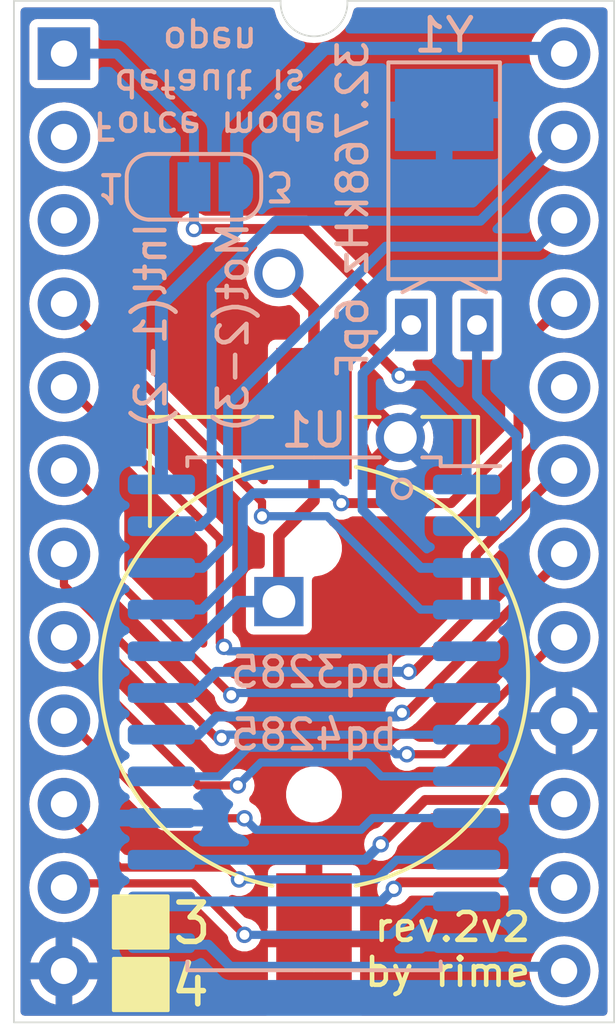
<source format=kicad_pcb>
(kicad_pcb (version 20240108) (generator "pcbnew") (generator_version "8.0")
  (title_block (title "nwX287") (date "2023-07-07") (rev "2") (company "Necroware") (comment 1 "by Scorp"))
  (layers (0 "F.Cu" signal) (31 "B.Cu" signal) (34 "B.Paste" user) (35 "F.Paste" user) (36 "B.SilkS" user "B.Silkscreen") (37 "F.SilkS" user "F.Silkscreen") (38 "B.Mask" user) (39 "F.Mask" user) (44 "Edge.Cuts" user))
  (net 0 "")
  (net 1 "GND")
  (net 2 "VCC")
  (net 3 "SQW")
  (net 4 "AD7")
  (net 5 "AD6")
  (net 6 "AD5")
  (net 7 "AD4")
  (net 8 "INT")
  (net 9 "AD3")
  (net 10 "RST")
  (net 11 "AD2")
  (net 12 "DS")
  (net 13 "AD1")
  (net 14 "AD0")
  (net 15 "RW")
  (net 16 "AS")
  (net 17 "CS")
  (net 18 "BC")
  (net 19 "X2")
  (net 20 "X1")
  (net 21 "CEO")
  (net 22 "CEI")
  (net 23 "VOUT")
  (footprint "Package_DIP:DIP-24_W15.24mm_Socket" (layer "F.Cu") (at 127 79.459001)
    (property "Reference" "U2" (hide yes))
    (property "Value" "socket" (hide yes))
    (pad "1" thru_hole rect (at 0 0) (size 1.6 1.6) (drill 0.8) (layers "*.Cu" "*.Mask") (net 23 "VOUT"))
    (pad "2" thru_hole oval (at 0 2.54) (size 1.6 1.6) (drill 0.8) (layers "*.Cu" "*.Mask"))
    (pad "3" thru_hole oval (at 0 5.08) (size 1.6 1.6) (drill 0.8) (layers "*.Cu" "*.Mask"))
    (pad "4" thru_hole oval (at 0 7.62) (size 1.6 1.6) (drill 0.8) (layers "*.Cu" "*.Mask") (net 14 "AD0"))
    (pad "5" thru_hole oval (at 0 10.16) (size 1.6 1.6) (drill 0.8) (layers "*.Cu" "*.Mask") (net 13 "AD1"))
    (pad "6" thru_hole oval (at 0 12.7) (size 1.6 1.6) (drill 0.8) (layers "*.Cu" "*.Mask") (net 11 "AD2"))
    (pad "7" thru_hole oval (at 0 15.24) (size 1.6 1.6) (drill 0.8) (layers "*.Cu" "*.Mask") (net 9 "AD3"))
    (pad "8" thru_hole oval (at 0 17.78) (size 1.6 1.6) (drill 0.8) (layers "*.Cu" "*.Mask") (net 7 "AD4"))
    (pad "9" thru_hole oval (at 0 20.32) (size 1.6 1.6) (drill 0.8) (layers "*.Cu" "*.Mask") (net 6 "AD5"))
    (pad "10" thru_hole oval (at 0 22.86) (size 1.6 1.6) (drill 0.8) (layers "*.Cu" "*.Mask") (net 5 "AD6"))
    (pad "11" thru_hole oval (at 0 25.4) (size 1.6 1.6) (drill 0.8) (layers "*.Cu" "*.Mask") (net 4 "AD7"))
    (pad "12" thru_hole oval (at 0 27.94) (size 1.6 1.6) (drill 0.8) (layers "*.Cu" "*.Mask") (net 1 "GND"))
    (pad "13" thru_hole oval (at 15.24 27.94) (size 1.6 1.6) (drill 0.8) (layers "*.Cu" "*.Mask") (net 17 "CS"))
    (pad "14" thru_hole oval (at 15.24 25.4) (size 1.6 1.6) (drill 0.8) (layers "*.Cu" "*.Mask") (net 16 "AS"))
    (pad "15" thru_hole oval (at 15.24 22.86) (size 1.6 1.6) (drill 0.8) (layers "*.Cu" "*.Mask") (net 15 "RW"))
    (pad "16" thru_hole oval (at 15.24 20.32) (size 1.6 1.6) (drill 0.8) (layers "*.Cu" "*.Mask") (net 1 "GND"))
    (pad "17" thru_hole oval (at 15.24 17.78) (size 1.6 1.6) (drill 0.8) (layers "*.Cu" "*.Mask") (net 12 "DS"))
    (pad "18" thru_hole oval (at 15.24 15.24) (size 1.6 1.6) (drill 0.8) (layers "*.Cu" "*.Mask") (net 10 "RST"))
    (pad "19" thru_hole oval (at 15.24 12.7) (size 1.6 1.6) (drill 0.8) (layers "*.Cu" "*.Mask") (net 8 "INT"))
    (pad "20" thru_hole oval (at 15.24 10.16) (size 1.6 1.6) (drill 0.8) (layers "*.Cu" "*.Mask"))
    (pad "21" thru_hole oval (at 15.24 7.62) (size 1.6 1.6) (drill 0.8) (layers "*.Cu" "*.Mask") (net 22 "CEI"))
    (pad "22" thru_hole oval (at 15.24 5.08) (size 1.6 1.6) (drill 0.8) (layers "*.Cu" "*.Mask") (net 21 "CEO"))
    (pad "23" thru_hole oval (at 15.24 2.54) (size 1.6 1.6) (drill 0.8) (layers "*.Cu" "*.Mask") (net 3 "SQW"))
    (pad "24" thru_hole oval (at 15.24 0) (size 1.6 1.6) (drill 0.8) (layers "*.Cu" "*.Mask") (net 2 "VCC"))
  )
  (footprint "nwX287:BatteryHolder_CR1220" (layer "F.Cu") (at 134.62 98.425 180)
    (property "Reference" "BT1" (hide yes))
    (property "Value" "1220" (hide yes))
    (fp_line (start 5 7.9) (end 5 4.572) (stroke (width 0.12)) (layer "F.SilkS"))
    (fp_line (start 1.27 7.9) (end 5 7.9) (stroke (width 0.12)) (layer "F.SilkS"))
    (fp_line (start -2 7.9) (end -1.27 7.9) (stroke (width 0.12)) (layer "F.SilkS"))
    (fp_line (start -5 7.9) (end -3.3 7.9) (stroke (width 0.12)) (layer "F.SilkS"))
    (fp_line (start -5 4.572) (end -5 7.9) (stroke (width 0.12)) (layer "F.SilkS"))
    (fp_arc (start 1.27 -6.381596) (mid 6.506738 -0.003098) (end 1.276077 6.380384) (stroke (width 0.12)) (layer "F.SilkS"))
    (fp_arc (start -1.275023 6.375642) (mid -6.522824 -0.002559) (end -1.27 -6.376624) (stroke (width 0.12)) (layer "F.SilkS"))
    (pad "" np_thru_hole circle (at 0 -3.6 180) (size 1.2 1.2) (drill 1.2) (layers "F&B.Cu" "*.Mask"))
    (pad "" np_thru_hole circle (at 0 3.9 180) (size 1.2 1.2) (drill 1.2) (layers "F&B.Cu" "*.Mask"))
    (pad "1" smd rect (at 0 8 180) (size 2.3 4) (layers "F.Cu" "F.Paste" "F.Mask") (net 18 "BC"))
    (pad "2" smd rect (at 0 -8 180) (size 2.3 4) (layers "F.Cu" "F.Paste" "F.Mask") (net 1 "GND"))
  )
  (footprint "Rime:CR2032_Vertical" (layer "F.Cu") (at 135.4 91.15 90)
    (property "Reference" "BT2" (hide yes))
    (property "Value" "2032" (hide yes))
    (pad "1" thru_hole rect (at -5 -1.85 90) (size 1.5 1.5) (drill 1) (layers "*.Cu" "*.Mask") (net 18 "BC"))
    (pad "1" thru_hole circle (at 5 -1.85 90) (size 1.5 1.5) (drill 1) (layers "*.Cu" "*.Mask") (net 18 "BC"))
    (pad "2" thru_hole circle (at 0 1.85 90) (size 1.5 1.5) (drill 1) (layers "*.Cu" "*.Mask") (net 1 "GND"))
  )
  (footprint "Crystal:Crystal_SMD_FrontierElectronics_FM206" (layer "B.Cu") (at 138.586083 84.225573)
    (property "Reference" "Y1" (at 0 -5.325573 180) (layer "B.SilkS") (effects (justify mirror)))
    (property "Value" "32.768kHz 6pF" (at -2.786083 -0.025573 -90) (layer "B.SilkS") (effects (font (size 0.9 0.9) (thickness 0.14)) (justify mirror)))
    (fp_line (start -1.7 -4.5) (end 1.7 -4.5) (stroke (width 0.12)) (layer "B.SilkS"))
    (fp_line (start -1.7 2.1) (end -1.7 -4.5) (stroke (width 0.12)) (layer "B.SilkS"))
    (fp_line (start -1.27 2.5) (end -1.27 2.5) (stroke (width 0.12)) (layer "B.SilkS"))
    (fp_line (start -0.5 2.1) (end -1.27 2.5) (stroke (width 0.12)) (layer "B.SilkS"))
    (fp_line (start 0.5 2.1) (end 1.27 2.5) (stroke (width 0.12)) (layer "B.SilkS"))
    (fp_line (start 1.27 2.5) (end 1.27 2.5) (stroke (width 0.12)) (layer "B.SilkS"))
    (fp_line (start 1.7 -4.5) (end 1.7 2.1) (stroke (width 0.12)) (layer "B.SilkS"))
    (fp_line (start 1.7 2.1) (end -1.7 2.1) (stroke (width 0.12)) (layer "B.SilkS"))
    (pad "1" thru_hole rect (at -1 3.5) (size 1 1.6) (drill 0.6) (layers "*.Cu" "*.Mask") (net 19 "X2"))
    (pad "2" thru_hole rect (at 1 3.5) (size 1 1.6) (drill 0.6) (layers "*.Cu" "*.Mask") (net 20 "X1"))
    (pad "3" smd rect (at 0 -3.05) (size 3 2.5) (layers "B.Cu" "B.Paste" "B.Mask") (net 1 "GND"))
  )
  (footprint "Package_SO:SOIC-24W_7.5x15.4mm_P1.27mm" (layer "B.Cu") (at 134.62 99.568 180)
    (property "Reference" "U1" (at 0 8.636 0) (layer "B.SilkS") (effects (justify mirror)))
    (property "Value" "bq4285" (at 0 -0.635 0) (layer "B.SilkS") (effects (font (size 0.9 0.9) (thickness 0.14)) (justify mirror)))
    (fp_line (start 3.86 7.81) (end 3.86 7.545) (stroke (width 0.12)) (layer "B.SilkS"))
    (fp_line (start 3.86 -7.81) (end 3.86 -7.545) (stroke (width 0.12)) (layer "B.SilkS"))
    (fp_line (start 0 7.81) (end 3.86 7.81) (stroke (width 0.12)) (layer "B.SilkS"))
    (fp_line (start 0 7.81) (end -2 7.81) (stroke (width 0.12)) (layer "B.SilkS"))
    (fp_line (start 0 -7.81) (end 3.86 -7.81) (stroke (width 0.12)) (layer "B.SilkS"))
    (fp_line (start 0 -7.81) (end -3.86 -7.81) (stroke (width 0.12)) (layer "B.SilkS"))
    (fp_line (start -3.3 7.81) (end -3.86 7.81) (stroke (width 0.12)) (layer "B.SilkS"))
    (fp_line (start -3.86 7.81) (end -3.86 7.545) (stroke (width 0.12)) (layer "B.SilkS"))
    (fp_line (start -3.86 7.545) (end -5.675 7.545) (stroke (width 0.12)) (layer "B.SilkS"))
    (fp_line (start -3.86 -7.81) (end -3.86 -7.545) (stroke (width 0.12)) (layer "B.SilkS"))
    (fp_text user "bq3285" (at 0 1.27 0) (layer "B.SilkS") (effects (font (size 0.9 0.9) (thickness 0.14)) (justify mirror)))
    (pad "1" smd roundrect (at -4.65 6.985 180) (size 2.05 0.6) (layers "B.Cu" "B.Paste" "B.Mask") (net 23 "VOUT"))
    (pad "2" smd roundrect (at -4.65 5.715 180) (size 2.05 0.6) (layers "B.Cu" "B.Paste" "B.Mask") (net 20 "X1"))
    (pad "3" smd roundrect (at -4.65 4.445 180) (size 2.05 0.6) (layers "B.Cu" "B.Paste" "B.Mask") (net 19 "X2"))
    (pad "4" smd roundrect (at -4.65 3.175 180) (size 2.05 0.6) (layers "B.Cu" "B.Paste" "B.Mask") (net 14 "AD0"))
    (pad "5" smd roundrect (at -4.65 1.905 180) (size 2.05 0.6) (layers "B.Cu" "B.Paste" "B.Mask") (net 13 "AD1"))
    (pad "6" smd roundrect (at -4.65 0.635 180) (size 2.05 0.6) (layers "B.Cu" "B.Paste" "B.Mask") (net 11 "AD2"))
    (pad "7" smd roundrect (at -4.65 -0.635 180) (size 2.05 0.6) (layers "B.Cu" "B.Paste" "B.Mask") (net 9 "AD3"))
    (pad "8" smd roundrect (at -4.65 -1.905 180) (size 2.05 0.6) (layers "B.Cu" "B.Paste" "B.Mask") (net 7 "AD4"))
    (pad "9" smd roundrect (at -4.65 -3.175 180) (size 2.05 0.6) (layers "B.Cu" "B.Paste" "B.Mask") (net 6 "AD5"))
    (pad "10" smd roundrect (at -4.65 -4.445 180) (size 2.05 0.6) (layers "B.Cu" "B.Paste" "B.Mask") (net 5 "AD6"))
    (pad "11" smd roundrect (at -4.65 -5.715 180) (size 2.05 0.6) (layers "B.Cu" "B.Paste" "B.Mask") (net 4 "AD7"))
    (pad "12" smd roundrect (at -4.65 -6.985 180) (size 2.05 0.6) (layers "B.Cu" "B.Paste" "B.Mask") (net 1 "GND"))
    (pad "13" smd roundrect (at 4.65 -6.985 180) (size 2.05 0.6) (layers "B.Cu" "B.Paste" "B.Mask") (net 17 "CS"))
    (pad "14" smd roundrect (at 4.65 -5.715 180) (size 2.05 0.6) (layers "B.Cu" "B.Paste" "B.Mask") (net 16 "AS"))
    (pad "15" smd roundrect (at 4.65 -4.445 180) (size 2.05 0.6) (layers "B.Cu" "B.Paste" "B.Mask") (net 15 "RW"))
    (pad "16" smd roundrect (at 4.65 -3.175 180) (size 2.05 0.6) (layers "B.Cu" "B.Paste" "B.Mask") (net 1 "GND"))
    (pad "17" smd roundrect (at 4.65 -1.905 180) (size 2.05 0.6) (layers "B.Cu" "B.Paste" "B.Mask") (net 12 "DS"))
    (pad "18" smd roundrect (at 4.65 -0.635 180) (size 2.05 0.6) (layers "B.Cu" "B.Paste" "B.Mask") (net 10 "RST"))
    (pad "19" smd roundrect (at 4.65 0.635 180) (size 2.05 0.6) (layers "B.Cu" "B.Paste" "B.Mask") (net 8 "INT"))
    (pad "20" smd roundrect (at 4.65 1.905 180) (size 2.05 0.6) (layers "B.Cu" "B.Paste" "B.Mask") (net 18 "BC"))
    (pad "21" smd roundrect (at 4.65 3.175 180) (size 2.05 0.6) (layers "B.Cu" "B.Paste" "B.Mask") (net 22 "CEI"))
    (pad "22" smd roundrect (at 4.65 4.445 180) (size 2.05 0.6) (layers "B.Cu" "B.Paste" "B.Mask") (net 21 "CEO"))
    (pad "23" smd roundrect (at 4.65 5.715 180) (size 2.05 0.6) (layers "B.Cu" "B.Paste" "B.Mask") (net 3 "SQW"))
    (pad "24" smd roundrect (at 4.65 6.985 180) (size 2.05 0.6) (layers "B.Cu" "B.Paste" "B.Mask") (net 2 "VCC"))
  )
  (footprint "Jumper:SolderJumper-3_P1.3mm_Open_RoundedPad1.0x1.5mm" (layer "B.Cu") (at 130.9624 83.5152)
    (property "Reference" "JP1" (hide yes))
    (property "Value" "Jumper_3_Open")
    (fp_line (start -2.05 -0.3) (end -2.05 0.3) (stroke (width 0.12)) (layer "B.SilkS"))
    (fp_line (start -1.4 1) (end 1.4 1) (stroke (width 0.12)) (layer "B.SilkS"))
    (fp_line (start 1.4 -1) (end -1.4 -1) (stroke (width 0.12)) (layer "B.SilkS"))
    (fp_line (start 2.05 0.3) (end 2.05 -0.3) (stroke (width 0.12)) (layer "B.SilkS"))
    (fp_arc (start -2.05 -0.3) (mid -1.844975 -0.794975) (end -1.35 -1) (stroke (width 0.12)) (layer "B.SilkS"))
    (fp_arc (start -1.35 1) (mid -1.844975 0.794975) (end -2.05 0.3) (stroke (width 0.12)) (layer "B.SilkS"))
    (fp_arc (start 1.35 -1) (mid 1.844975 -0.794975) (end 2.05 -0.3) (stroke (width 0.12)) (layer "B.SilkS"))
    (fp_arc (start 2.05 0.3) (mid 1.844975 0.794975) (end 1.35 1) (stroke (width 0.12)) (layer "B.SilkS"))
    (fp_text user "Intl(1-2)" (at -1.3124 4.2348 90) (layer "B.SilkS") (effects (font (size 0.9 0.9) (thickness 0.14)) (justify mirror)))
    (fp_text user "Mot(2-3)" (at 1.1876 4.2848 90) (layer "B.SilkS") (effects (font (size 0.9 0.9) (thickness 0.14)) (justify mirror)))
    (pad "1" smd custom (at -1.3 0) (size 1 0.5) (layers "B.Cu" "B.Mask") (net 1 "GND") (options (clearance outline) (anchor rect)) (primitives (gr_circle (center 0 -0.25) (end 0.5 -0.25) (width 0) (fill yes)) (gr_circle (center 0 0.25) (end 0.5 0.25) (width 0) (fill yes)) (gr_poly (pts (xy 0.55 -0.75) (xy 0 -0.75) (xy 0 0.75) (xy 0.55 0.75)) (width 0) (fill yes))))
    (pad "2" smd rect (at 0 0) (size 1 1.5) (layers "B.Cu" "B.Mask") (net 23 "VOUT"))
    (pad "3" smd custom (at 1.3 0) (size 1 0.5) (layers "B.Cu" "B.Mask") (net 2 "VCC") (options (clearance outline) (anchor rect)) (primitives (gr_circle (center 0 -0.25) (end 0.5 -0.25) (width 0) (fill yes)) (gr_circle (center 0 0.25) (end 0.5 0.25) (width 0) (fill yes)) (gr_poly (pts (xy 0 -0.75) (xy -0.55 -0.75) (xy -0.55 0.75) (xy 0 0.75)) (width 0) (fill yes))))
  )
  (gr_circle (center 137.3 92.717158) (end 137.5 92.917158) (stroke (width 0.12)) (fill none) (layer "B.SilkS"))
  (gr_poly (pts (xy 130.171 108.602913) (xy 128.512 108.602913) (xy 128.512 107.020913) (xy 130.171 107.020913)) (stroke (width 0.1)) (fill solid) (layer "F.SilkS"))
  (gr_poly (pts (xy 130.169319 106.7) (xy 128.510319 106.7) (xy 128.510319 105.118) (xy 130.169319 105.118)) (stroke (width 0.1)) (fill solid) (layer "F.SilkS"))
  (gr_line (start 125.476 77.851) (end 133.604 77.851) (stroke (width 0.05)) (layer "Edge.Cuts"))
  (gr_arc (start 135.636 77.851) (mid 134.62 78.932482) (end 133.604 77.851) (stroke (width 0.05)) (layer "Edge.Cuts"))
  (gr_line (start 135.636 77.851) (end 143.764 77.851) (stroke (width 0.05)) (layer "Edge.Cuts"))
  (gr_line (start 143.764 108.966) (end 125.476 108.966) (stroke (width 0.05)) (layer "Edge.Cuts"))
  (gr_line (start 125.476 108.966) (end 125.476 77.851) (stroke (width 0.05)) (layer "Edge.Cuts"))
  (gr_line (start 143.764 77.851) (end 143.764 108.966) (stroke (width 0.05)) (layer "Edge.Cuts"))
  (gr_text "Force mode\ndefault is\nopen" (at 131.45 78.6 180) (layer "B.SilkS") (effects (font (size 0.8 0.8) (thickness 0.13)) (justify bottom mirror)))
  (gr_text "1" (at 127.95 83.05 180) (layer "B.SilkS") (effects (font (size 0.85 0.85) (thickness 0.13)) (justify left bottom mirror)))
  (gr_text "3" (at 133.1 83 180) (layer "B.SilkS") (effects (font (size 0.85 0.85) (thickness 0.13)) (justify left bottom mirror)))
  (gr_text "rev.${REVISION}v2\nby rime" (at 141.3 106.75 0) (layer "F.SilkS") (effects (font (size 0.85 0.88) (thickness 0.14) (bold yes)) (justify right)))
  (gr_text "4" (at 130.85 107.852913 0) (layer "F.SilkS") (effects (font (size 1.2 1.2) (thickness 0.17) (bold yes))))
  (gr_text "3" (at 130.904 105.952913 0) (layer "F.SilkS") (effects (font (size 1.2 1.2) (thickness 0.17) (bold yes))))
  (segment (start 134.95 79.3) (end 132.2624 81.9876) (width 0.4) (layer "B.Cu") (net 2))
  (segment (start 129.97 87.087538) (end 129.97 92.583) (width 0.4) (layer "B.Cu") (net 2))
  (segment (start 142.080999 79.3) (end 134.95 79.3) (width 0.4) (layer "B.Cu") (net 2))
  (segment (start 132.2624 83.5152) (end 132.2624 84.795138) (width 0.4) (layer "B.Cu") (net 2))
  (segment (start 132.2624 81.9876) (end 132.2624 83.5152) (width 0.4) (layer "B.Cu") (net 2))
  (segment (start 132.2624 84.795138) (end 129.97 87.087538) (width 0.4) (layer "B.Cu") (net 2))
  (segment (start 142.24 79.459001) (end 142.080999 79.3) (width 0.4) (layer "B.Cu") (net 2))
  (segment (start 131.5 93.5) (end 131.5 86.5) (width 0.3) (layer "B.Cu") (net 3))
  (segment (start 129.97 93.853) (end 131.147 93.853) (width 0.3) (layer "B.Cu") (net 3))
  (segment (start 131.147 93.853) (end 131.5 93.5) (width 0.3) (layer "B.Cu") (net 3))
  (segment (start 133.45 84.55) (end 139.689001 84.55) (width 0.3) (layer "B.Cu") (net 3))
  (segment (start 131.5 86.5) (end 133.45 84.55) (width 0.3) (layer "B.Cu") (net 3))
  (segment (start 139.689001 84.55) (end 142.24 81.999001) (width 0.3) (layer "B.Cu") (net 3))
  (segment (start 130.932001 104.732001) (end 132.5 106.3) (width 0.25) (layer "F.Cu") (net 4))
  (segment (start 127 104.732001) (end 130.932001 104.732001) (width 0.25) (layer "F.Cu") (net 4))
  (via (at 132.5 106.3) (size 0.5) (drill 0.3) (layers "F.Cu" "B.Cu") (net 4))
  (segment (start 137.967 105.283) (end 136.95 106.3) (width 0.25) (layer "B.Cu") (net 4))
  (segment (start 136.95 106.3) (end 132.5 106.3) (width 0.25) (layer "B.Cu") (net 4))
  (segment (start 139.27 105.283) (end 137.967 105.283) (width 0.25) (layer "B.Cu") (net 4))
  (segment (start 127 102.192001) (end 127 102.55) (width 0.25) (layer "F.Cu") (net 5))
  (segment (start 131.971 104.25) (end 132.334 104.613) (width 0.25) (layer "F.Cu") (net 5))
  (segment (start 127 102.55) (end 128.7 104.25) (width 0.25) (layer "F.Cu") (net 5))
  (segment (start 128.7 104.25) (end 131.971 104.25) (width 0.25) (layer "F.Cu") (net 5))
  (via (at 132.334 104.613) (size 0.5) (drill 0.3) (layers "F.Cu" "B.Cu") (net 5))
  (segment (start 139.27 104.013) (end 137.137 104.013) (width 0.25) (layer "B.Cu") (net 5))
  (segment (start 136.537 104.613) (end 132.334 104.613) (width 0.25) (layer "B.Cu") (net 5))
  (segment (start 137.137 104.013) (end 136.537 104.613) (width 0.25) (layer "B.Cu") (net 5))
  (segment (start 127 99.652001) (end 130.097999 102.75) (width 0.25) (layer "F.Cu") (net 6))
  (segment (start 130.097999 102.75) (end 132.5 102.75) (width 0.25) (layer "F.Cu") (net 6))
  (via (at 132.5 102.75) (size 0.5) (drill 0.3) (layers "F.Cu" "B.Cu") (net 6))
  (segment (start 139.27 102.743) (end 136.407 102.743) (width 0.25) (layer "B.Cu") (net 6))
  (segment (start 136.05 103.1) (end 132.85 103.1) (width 0.25) (layer "B.Cu") (net 6))
  (segment (start 136.407 102.743) (end 136.05 103.1) (width 0.25) (layer "B.Cu") (net 6))
  (segment (start 132.85 103.1) (end 132.5 102.75) (width 0.25) (layer "B.Cu") (net 6))
  (segment (start 127 97.65) (end 131.100012 101.750012) (width 0.25) (layer "F.Cu") (net 7))
  (segment (start 127 97.112001) (end 127 97.65) (width 0.25) (layer "F.Cu") (net 7))
  (segment (start 131.100012 101.750012) (end 132.3 101.750012) (width 0.25) (layer "F.Cu") (net 7))
  (via (at 132.3 101.750012) (size 0.5) (drill 0.3) (layers "F.Cu" "B.Cu") (net 7))
  (segment (start 139.27 101.473) (end 136.673 101.473) (width 0.25) (layer "B.Cu") (net 7))
  (segment (start 136.25 101.05) (end 133.000012 101.05) (width 0.25) (layer "B.Cu") (net 7))
  (segment (start 133.000012 101.05) (end 132.3 101.750012) (width 0.25) (layer "B.Cu") (net 7))
  (segment (start 136.673 101.473) (end 136.25 101.05) (width 0.25) (layer "B.Cu") (net 7))
  (segment (start 142.24 92.032001) (end 139.55 94.722001) (width 0.3) (layer "F.Cu") (net 8))
  (segment (start 139.55 94.722001) (end 139.55 96.4) (width 0.3) (layer "F.Cu") (net 8))
  (segment (start 137.662 98.288) (end 137.501924 98.288) (width 0.3) (layer "F.Cu") (net 8))
  (segment (start 139.55 96.4) (end 137.662 98.288) (width 0.3) (layer "F.Cu") (net 8))
  (via (at 137.501924 98.288) (size 0.5) (drill 0.3) (layers "F.Cu" "B.Cu") (net 8))
  (segment (start 131.639999 98.288) (end 137.501924 98.288) (width 0.3) (layer "B.Cu") (net 8))
  (segment (start 130.994999 98.933) (end 131.639999 98.288) (width 0.3) (layer "B.Cu") (net 8))
  (segment (start 129.97 98.933) (end 130.994999 98.933) (width 0.3) (layer "B.Cu") (net 8))
  (segment (start 131.65 100.3) (end 131.80399 100.3) (width 0.25) (layer "F.Cu") (net 9))
  (segment (start 127 94.572001) (end 127 95.65) (width 0.25) (layer "F.Cu") (net 9))
  (segment (start 127 95.65) (end 131.65 100.3) (width 0.25) (layer "F.Cu") (net 9))
  (via (at 131.80399 100.3) (size 0.5) (drill 0.3) (layers "F.Cu" "B.Cu") (net 9))
  (segment (start 131.90099 100.203) (end 131.80399 100.3) (width 0.25) (layer "B.Cu") (net 9))
  (segment (start 139.27 100.203) (end 131.90099 100.203) (width 0.25) (layer "B.Cu") (net 9))
  (segment (start 142.24 94.742) (end 142.24 94.76) (width 0.3) (layer "F.Cu") (net 10))
  (segment (start 142.24 94.76) (end 137.462 99.538) (width 0.3) (layer "F.Cu") (net 10))
  (segment (start 137.462 99.538) (end 137.3 99.538) (width 0.3) (layer "F.Cu") (net 10))
  (via (at 137.3 99.538) (size 0.5) (drill 0.3) (layers "F.Cu" "B.Cu") (net 10))
  (segment (start 137.188 99.65) (end 137.3 99.538) (width 0.3) (layer "B.Cu") (net 10))
  (segment (start 129.97 100.203) (end 131.097 100.203) (width 0.3) (layer "B.Cu") (net 10))
  (segment (start 131.65 99.65) (end 137.188 99.65) (width 0.3) (layer "B.Cu") (net 10))
  (segment (start 131.097 100.203) (end 131.65 99.65) (width 0.3) (layer "B.Cu") (net 10))
  (segment (start 127 92.032001) (end 128.4605 93.492501) (width 0.25) (layer "F.Cu") (net 11))
  (segment (start 128.4605 95.3605) (end 132.1 99) (width 0.25) (layer "F.Cu") (net 11))
  (segment (start 128.4605 93.492501) (end 128.4605 95.3605) (width 0.25) (layer "F.Cu") (net 11))
  (via (at 132.1 99) (size 0.5) (drill 0.3) (layers "F.Cu" "B.Cu") (net 11))
  (segment (start 132.167 98.933) (end 132.1 99) (width 0.25) (layer "B.Cu") (net 11))
  (segment (start 139.27 98.933) (end 132.167 98.933) (width 0.25) (layer "B.Cu") (net 11))
  (segment (start 142.24 97.112001) (end 138.552001 100.8) (width 0.25) (layer "F.Cu") (net 12))
  (segment (start 138.552001 100.8) (end 137.45 100.8) (width 0.25) (layer "F.Cu") (net 12))
  (via (at 137.45 100.8) (size 0.5) (drill 0.3) (layers "F.Cu" "B.Cu") (net 12))
  (segment (start 131.736628 101.473) (end 132.606628 100.603) (width 0.25) (layer "B.Cu") (net 12))
  (segment (start 132.606628 100.603) (end 136.915431 100.603) (width 0.25) (layer "B.Cu") (net 12))
  (segment (start 137.112431 100.8) (end 137.45 100.8) (width 0.25) (layer "B.Cu") (net 12))
  (segment (start 136.915431 100.603) (end 137.112431 100.8) (width 0.25) (layer "B.Cu") (net 12))
  (segment (start 129.97 101.473) (end 131.736628 101.473) (width 0.25) (layer "B.Cu") (net 12))
  (segment (start 131.75 94.242001) (end 131.75 97.4) (width 0.25) (layer "F.Cu") (net 13))
  (segment (start 131.75 97.4) (end 131.877298 97.527298) (width 0.25) (layer "F.Cu") (net 13))
  (segment (start 127 89.492001) (end 131.75 94.242001) (width 0.25) (layer "F.Cu") (net 13))
  (via (at 131.877298 97.527298) (size 0.5) (drill 0.3) (layers "F.Cu" "B.Cu") (net 13))
  (segment (start 132.013 97.663) (end 131.877298 97.527298) (width 0.25) (layer "B.Cu") (net 13))
  (segment (start 139.27 97.663) (end 132.013 97.663) (width 0.25) (layer "B.Cu") (net 13))
  (segment (start 133.035559 93.11456) (end 133.035559 93.549996) (width 0.25) (layer "F.Cu") (net 14))
  (segment (start 127 87.079001) (end 133.035559 93.11456) (width 0.25) (layer "F.Cu") (net 14))
  (via (at 133.035559 93.549996) (size 0.5) (drill 0.3) (layers "F.Cu" "B.Cu") (net 14))
  (segment (start 137.866858 96.393) (end 135.023854 93.549996) (width 0.25) (layer "B.Cu") (net 14))
  (segment (start 135.023854 93.549996) (end 133.035559 93.549996) (width 0.25) (layer "B.Cu") (net 14))
  (segment (start 139.27 96.393) (end 137.866858 96.393) (width 0.25) (layer "B.Cu") (net 14))
  (segment (start 138.003997 102.192001) (end 136.654378 103.54162) (width 0.3) (layer "F.Cu") (net 15))
  (segment (start 142.24 102.192001) (end 138.003997 102.192001) (width 0.3) (layer "F.Cu") (net 15))
  (via (at 136.654378 103.54162) (size 0.5) (drill 0.3) (layers "F.Cu" "B.Cu") (net 15))
  (segment (start 129.97 104.013) (end 136.182998 104.013) (width 0.3) (layer "B.Cu") (net 15))
  (segment (start 136.182998 104.013) (end 136.654378 103.54162) (width 0.3) (layer "B.Cu") (net 15))
  (segment (start 137.25 104.7) (end 137.05 104.9) (width 0.3) (layer "F.Cu") (net 16))
  (segment (start 142.207999 104.7) (end 137.25 104.7) (width 0.3) (layer "F.Cu") (net 16))
  (segment (start 142.24 104.732001) (end 142.207999 104.7) (width 0.3) (layer "F.Cu") (net 16))
  (via (at 137.05 104.9) (size 0.5) (drill 0.3) (layers "F.Cu" "B.Cu") (net 16))
  (segment (start 136.667 105.283) (end 137.05 104.9) (width 0.3) (layer "B.Cu") (net 16))
  (segment (start 129.97 105.283) (end 136.667 105.283) (width 0.3) (layer "B.Cu") (net 16))
  (segment (start 130.05 106.6) (end 131.4 106.6) (width 0.3) (layer "B.Cu") (net 17))
  (segment (start 132.072001 107.272001) (end 142.24 107.272001) (width 0.3) (layer "B.Cu") (net 17))
  (segment (start 131.4 106.6) (end 132.072001 107.272001) (width 0.3) (layer "B.Cu") (net 17))
  (segment (start 134.62 90.425) (end 134.62 87.22) (width 0.35) (layer "F.Cu") (net 18))
  (segment (start 134.62 90.426) (end 134.62 93.075431) (width 0.35) (layer "F.Cu") (net 18))
  (segment (start 134.62 87.22) (end 133.55 86.15) (width 0.35) (layer "F.Cu") (net 18))
  (segment (start 134.62 93.075431) (end 133.55 94.145431) (width 0.35) (layer "F.Cu") (net 18))
  (segment (start 133.55 94.145431) (end 133.55 96.15) (width 0.35) (layer "F.Cu") (net 18))
  (segment (start 132.3 96.15) (end 133.55 96.15) (width 0.35) (layer "B.Cu") (net 18))
  (segment (start 130.787 97.663) (end 132.3 96.15) (width 0.35) (layer "B.Cu") (net 18))
  (segment (start 129.97 97.663) (end 130.787 97.663) (width 0.35) (layer "B.Cu") (net 18))
  (segment (start 136.1 93.35) (end 137.873 95.123) (width 0.3) (layer "B.Cu") (net 19))
  (segment (start 136.1 89.211656) (end 136.1 93.35) (width 0.3) (layer "B.Cu") (net 19))
  (segment (start 137.586083 87.725573) (end 136.1 89.211656) (width 0.3) (layer "B.Cu") (net 19))
  (segment (start 137.873 95.123) (end 139.27 95.123) (width 0.3) (layer "B.Cu") (net 19))
  (segment (start 139.586083 87.725573) (end 139.586083 89.886083) (width 0.3) (layer "B.Cu") (net 20))
  (segment (start 140.8 93.4) (end 140.347 93.853) (width 0.3) (layer "B.Cu") (net 20))
  (segment (start 139.586083 89.886083) (end 140.8 91.1) (width 0.3) (layer "B.Cu") (net 20))
  (segment (start 140.8 91.1) (end 140.8 93.4) (width 0.3) (layer "B.Cu") (net 20))
  (segment (start 140.347 93.853) (end 139.27 93.853) (width 0.3) (layer "B.Cu") (net 20))
  (segment (start 131.227 95.123) (end 132 94.35) (width 0.3) (layer "B.Cu") (net 21))
  (segment (start 132 94.35) (end 132 90.15) (width 0.3) (layer "B.Cu") (net 21))
  (segment (start 136.811 85.339) (end 141.440001 85.339) (width 0.3) (layer "B.Cu") (net 21))
  (segment (start 141.440001 85.339) (end 142.24 84.539001) (width 0.3) (layer "B.Cu") (net 21))
  (segment (start 132 90.15) (end 136.811 85.339) (width 0.3) (layer "B.Cu") (net 21))
  (segment (start 129.97 95.123) (end 131.227 95.123) (width 0.3) (layer "B.Cu") (net 21))
  (segment (start 138.8 93.15) (end 135.45 93.15) (width 0.3) (layer "F.Cu") (net 22))
  (segment (start 142.24 87.079001) (end 140.85 88.469001) (width 0.3) (layer "F.Cu") (net 22))
  (segment (start 140.85 88.469001) (end 140.85 91.1) (width 0.3) (layer "F.Cu") (net 22))
  (segment (start 140.85 91.1) (end 138.8 93.15) (width 0.3) (layer "F.Cu") (net 22))
  (via (at 135.45 93.15) (size 0.5) (drill 0.3) (layers "F.Cu" "B.Cu") (net 22))
  (segment (start 132.45 93.16632) (end 132.76632 92.85) (width 0.3) (layer "B.Cu") (net 22))
  (segment (start 132.76632 92.85) (end 135.15 92.85) (width 0.3) (layer "B.Cu") (net 22))
  (segment (start 129.97 96.393) (end 131.207 96.393) (width 0.3) (layer "B.Cu") (net 22))
  (segment (start 135.15 92.85) (end 135.45 93.15) (width 0.3) (layer "B.Cu") (net 22))
  (segment (start 131.207 96.393) (end 132.45 95.15) (width 0.3) (layer "B.Cu") (net 22))
  (segment (start 132.45 95.15) (end 132.45 93.16632) (width 0.3) (layer "B.Cu") (net 22))
  (segment (start 136.3 86.75) (end 136.3 88.33949) (width 0.3) (layer "F.Cu") (net 23))
  (segment (start 134.349992 84.799992) (end 136.3 86.75) (width 0.3) (layer "F.Cu") (net 23))
  (segment (start 130.9624 84.799992) (end 134.349992 84.799992) (width 0.3) (layer "F.Cu") (net 23))
  (segment (start 136.3 88.33949) (end 137.230255 89.269745) (width 0.3) (layer "F.Cu") (net 23))
  (via (at 137.230255 89.269745) (size 0.5) (drill 0.3) (layers "F.Cu" "B.Cu") (net 23))
  (via (at 130.9624 84.799992) (size 0.5) (drill 0.3) (layers "F.Cu" "B.Cu") (net 23))
  (segment (start 138.069745 89.269745) (end 137.230255 89.269745) (width 0.3) (layer "B.Cu") (net 23))
  (segment (start 139.27 92.583) (end 139.27 90.47) (width 0.3) (layer "B.Cu") (net 23))
  (segment (start 130.9624 81.8124) (end 130.9624 83.5152) (width 0.3) (layer "B.Cu") (net 23))
  (segment (start 139.27 90.47) (end 138.069745 89.269745) (width 0.3) (layer "B.Cu") (net 23))
  (segment (start 127 79.459001) (end 128.609001 79.459001) (width 0.3) (layer "B.Cu") (net 23))
  (segment (start 130.9624 83.5152) (end 130.9624 84.799992) (width 0.3) (layer "B.Cu") (net 23))
  (segment (start 128.609001 79.459001) (end 130.9624 81.8124) (width 0.3) (layer "B.Cu") (net 23))
  (zone (net 1) (net_name "GND") (layers "F&B.Cu") (connect_pads (clearance 0.254)) (min_thickness 0.254) (fill yes (thermal_gap 0.254) (thermal_bridge_width 0.508))
    (polygon (pts (xy 143.764 108.966) (xy 125.476 108.966) (xy 125.476 77.851) (xy 143.764 77.851)))
  )
)
</source>
